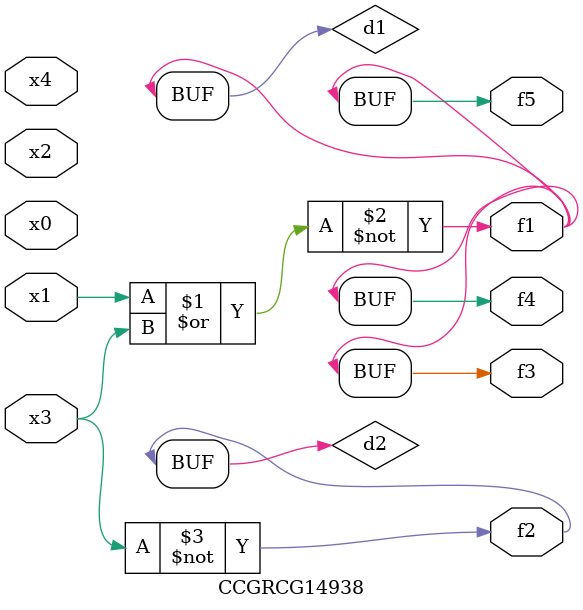
<source format=v>
module CCGRCG14938(
	input x0, x1, x2, x3, x4,
	output f1, f2, f3, f4, f5
);

	wire d1, d2;

	nor (d1, x1, x3);
	not (d2, x3);
	assign f1 = d1;
	assign f2 = d2;
	assign f3 = d1;
	assign f4 = d1;
	assign f5 = d1;
endmodule

</source>
